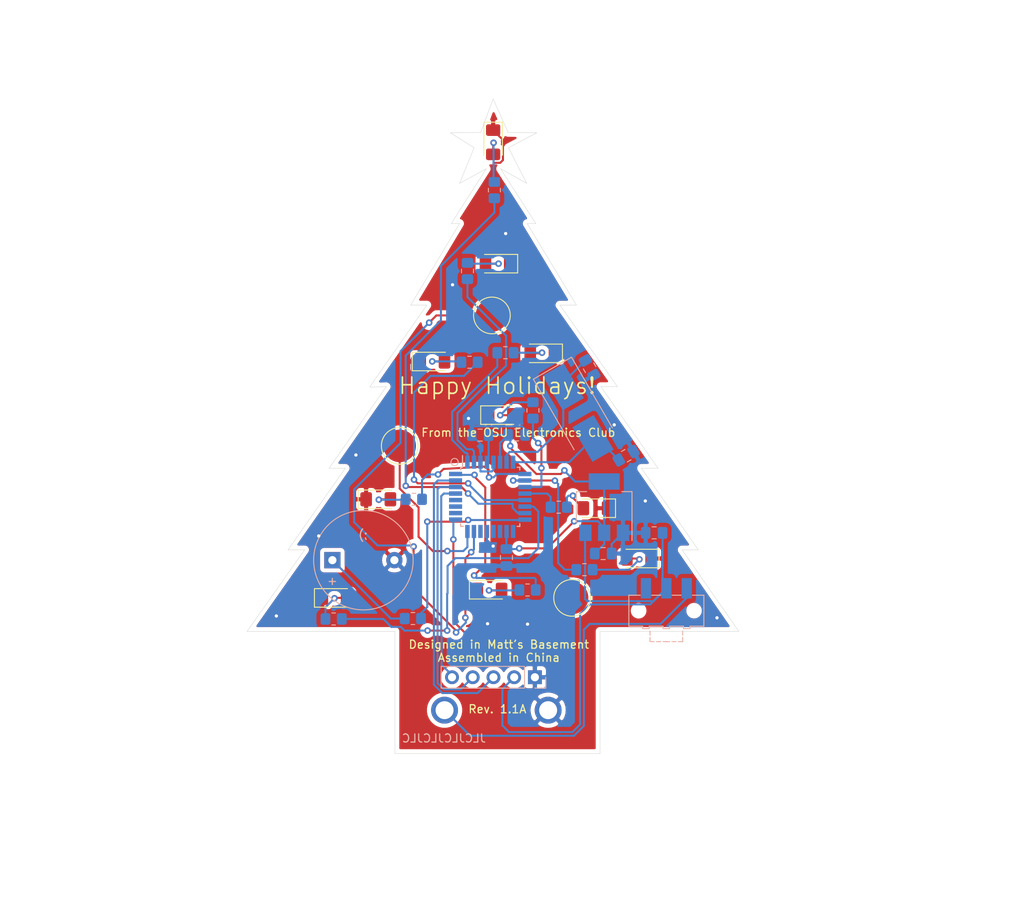
<source format=kicad_pcb>
(kicad_pcb (version 20171130) (host pcbnew "(5.1.10)-1")
  (layers (0 F.Cu signal) (31 B.Cu signal hide) (34 B.Paste user hide) (35 F.Paste user hide) (36 B.SilkS user) (37 F.SilkS user hide) (38 B.Mask user hide) (39 F.Mask user hide) (44 Edge.Cuts user))
  (net 0 "")
  (net 1 "Net-(BT1-Pad1)")
  (net 2 GND)
  (net 3 "Net-(BZ1-Pad1)")
  (net 4 VCC)
  (net 5 +5V)
  (net 6 "Net-(C6-Pad2)")
  (net 7 "Net-(C7-Pad2)")
  (net 8 "Net-(D1-Pad2)")
  (net 9 "Net-(D2-Pad2)")
  (net 10 "Net-(D3-Pad2)")
  (net 11 "Net-(D4-Pad2)")
  (net 12 "Net-(D5-Pad2)")
  (net 13 "Net-(D6-Pad2)")
  (net 14 "Net-(D7-Pad2)")
  (net 15 "Net-(D8-Pad2)")
  (net 16 "Net-(D9-Pad2)")
  (net 17 "Net-(D10-Pad2)")
  (net 18 /328_RX)
  (net 19 /328_TX)
  (net 20 /RESET)
  (net 21 /D11MOSI)
  (net 22 /D10)
  (net 23 /D9)
  (net 24 /D8)
  (net 25 /D7)
  (net 26 /D6)
  (net 27 /D5)
  (net 28 /D4)
  (net 29 /D3)
  (net 30 /D2)
  (net 31 /D12MISO)
  (net 32 /D13SCK)
  (net 33 "Net-(U3-Pad19)")
  (net 34 "Net-(U3-Pad20)")
  (net 35 "Net-(U3-Pad22)")
  (net 36 /D14)
  (net 37 /D15)
  (net 38 /D16)
  (net 39 /D17)
  (net 40 /D18)
  (net 41 /D19)
  (module Crystal:Crystal_SMD_7050-2Pin_7.0x5.0mm_HandSoldering (layer B.Cu) (at 192.3834 91.276207 300)
    (fp_text reference Y1 hide)
    (fp_text value 16MHz)
    (pad 2 smd rect (at 3.65 0 300) (size 4.9 3) (layers B.Cu B.Paste B.Mask) (net 7 "Net-(C7-Pad2)"))
    (pad 1 smd rect (at -3.65 0 300) (size 4.9 3) (layers B.Cu B.Paste B.Mask) (net 6 "Net-(C6-Pad2)"))
  )
  (module "Electronics Club:9V Snap" (layer B.Cu) (at 173.4693 125.2347)
    (fp_text reference BT1 hide)
    (fp_text value "9V Battery")
    (pad 1 thru_hole circle (at 2.54 2.54) (size 3.3 3.3) (drill 2.2) (layers *.Cu *.Mask) (net 1 "Net-(BT1-Pad1)"))
    (pad 2 thru_hole circle (at 15.24 2.54) (size 3.3 3.3) (drill 2.2) (layers *.Cu *.Mask) (net 2 GND))
  )
  (module Buzzer_Beeper:Buzzer_12x9.5RM7.6 (layer B.Cu) (at 162.2552 109.3724)
    (fp_text reference BZ1 hide)
    (fp_text value Buzzer)
    (fp_text user + (at -0.01 2.54) (layer B.SilkS) (effects (justify mirror)))
    (pad 1 thru_hole rect (at 0 0) (size 2 2) (drill 1) (layers *.Cu *.Mask) (net 3 "Net-(BZ1-Pad1)"))
    (pad 2 thru_hole circle (at 7.6 0) (size 2 2) (drill 1) (layers *.Cu *.Mask) (net 2 GND))
  )
  (module Capacitor_SMD:C_0805_2012Metric_Pad1.18x1.45mm_HandSolder (layer B.Cu) (at 201.7053 106.0196 180)
    (fp_text reference C1 hide)
    (fp_text value 1uF)
    (pad 2 smd roundrect (at 1.0375 0 180) (size 1.175 1.45) (layers B.Cu B.Paste B.Mask) (roundrect_rratio 0.2127659574468085) (net 2 GND))
    (pad 1 smd roundrect (at -1.0375 0 180) (size 1.175 1.45) (layers B.Cu B.Paste B.Mask) (roundrect_rratio 0.2127659574468085) (net 4 VCC))
  )
  (module Capacitor_SMD:C_0805_2012Metric_Pad1.18x1.45mm_HandSolder (layer B.Cu) (at 195.4569 108.5596)
    (fp_text reference C2 hide)
    (fp_text value 4.7uF)
    (pad 1 smd roundrect (at -1.0375 0) (size 1.175 1.45) (layers B.Cu B.Paste B.Mask) (roundrect_rratio 0.2127659574468085) (net 5 +5V))
    (pad 2 smd roundrect (at 1.0375 0) (size 1.175 1.45) (layers B.Cu B.Paste B.Mask) (roundrect_rratio 0.2127659574468085) (net 2 GND))
  )
  (module Capacitor_SMD:C_0805_2012Metric_Pad1.18x1.45mm_HandSolder (layer B.Cu) (at 184.8358 94.0054)
    (fp_text reference C3 hide)
    (fp_text value 1uF)
    (pad 2 smd roundrect (at 1.0375 0) (size 1.175 1.45) (layers B.Cu B.Paste B.Mask) (roundrect_rratio 0.2127659574468085) (net 2 GND))
    (pad 1 smd roundrect (at -1.0375 0) (size 1.175 1.45) (layers B.Cu B.Paste B.Mask) (roundrect_rratio 0.2127659574468085) (net 5 +5V))
  )
  (module Capacitor_SMD:C_0805_2012Metric_Pad1.18x1.45mm_HandSolder (layer B.Cu) (at 183.5912 109.0461 270)
    (fp_text reference C4 hide)
    (fp_text value 1uF)
    (pad 1 smd roundrect (at -1.0375 0 270) (size 1.175 1.45) (layers B.Cu B.Paste B.Mask) (roundrect_rratio 0.2127659574468085) (net 5 +5V))
    (pad 2 smd roundrect (at 1.0375 0 270) (size 1.175 1.45) (layers B.Cu B.Paste B.Mask) (roundrect_rratio 0.2127659574468085) (net 2 GND))
  )
  (module Capacitor_SMD:C_0805_2012Metric_Pad1.18x1.45mm_HandSolder (layer B.Cu) (at 180.3693 94.0308 180)
    (fp_text reference C5 hide)
    (fp_text value 1uF)
    (pad 2 smd roundrect (at 1.0375 0 180) (size 1.175 1.45) (layers B.Cu B.Paste B.Mask) (roundrect_rratio 0.2127659574468085) (net 2 GND))
    (pad 1 smd roundrect (at -1.0375 0 180) (size 1.175 1.45) (layers B.Cu B.Paste B.Mask) (roundrect_rratio 0.2127659574468085) (net 5 +5V))
  )
  (module Capacitor_SMD:C_0805_2012Metric_Pad1.18x1.45mm_HandSolder (layer B.Cu) (at 193.79125 85.766299 120)
    (fp_text reference C6 hide)
    (fp_text value 18pF)
    (pad 1 smd roundrect (at -1.0375 0 120) (size 1.175 1.45) (layers B.Cu B.Paste B.Mask) (roundrect_rratio 0.2127659574468085) (net 2 GND))
    (pad 2 smd roundrect (at 1.0375 0 120) (size 1.175 1.45) (layers B.Cu B.Paste B.Mask) (roundrect_rratio 0.2127659574468085) (net 6 "Net-(C6-Pad2)"))
  )
  (module Capacitor_SMD:C_0805_2012Metric_Pad1.18x1.45mm_HandSolder (layer B.Cu) (at 198.275599 96.55615 210)
    (fp_text reference C7 hide)
    (fp_text value 18pF)
    (pad 1 smd roundrect (at -1.0375 0 210) (size 1.175 1.45) (layers B.Cu B.Paste B.Mask) (roundrect_rratio 0.2127659574468085) (net 2 GND))
    (pad 2 smd roundrect (at 1.0375 0 210) (size 1.175 1.45) (layers B.Cu B.Paste B.Mask) (roundrect_rratio 0.2127659574468085) (net 7 "Net-(C7-Pad2)"))
  )
  (module LED_SMD:LED_1206_3216Metric_Pad1.42x1.75mm_HandSolder (layer F.Cu) (at 181.9656 58.1009 270)
    (fp_text reference D1 hide)
    (fp_text value STAR_LED)
    (pad 1 smd roundrect (at -1.4875 0 270) (size 1.425 1.75) (layers F.Cu F.Paste F.Mask) (roundrect_rratio 0.1754385964912281) (net 2 GND))
    (pad 2 smd roundrect (at 1.4875 0 270) (size 1.425 1.75) (layers F.Cu F.Paste F.Mask) (roundrect_rratio 0.1754385964912281) (net 8 "Net-(D1-Pad2)"))
  )
  (module LED_SMD:LED_1206_3216Metric_Pad1.42x1.75mm_HandSolder (layer F.Cu) (at 162.5125 114)
    (fp_text reference D2 hide)
    (fp_text value LED_Y)
    (pad 2 smd roundrect (at 1.4875 0) (size 1.425 1.75) (layers F.Cu F.Paste F.Mask) (roundrect_rratio 0.1754385964912281) (net 9 "Net-(D2-Pad2)"))
    (pad 1 smd roundrect (at -1.4875 0) (size 1.425 1.75) (layers F.Cu F.Paste F.Mask) (roundrect_rratio 0.1754385964912281) (net 2 GND))
  )
  (module LED_SMD:LED_1206_3216Metric_Pad1.42x1.75mm_HandSolder (layer F.Cu) (at 174.5125 85)
    (fp_text reference D3 hide)
    (fp_text value LED_Y)
    (pad 1 smd roundrect (at -1.4875 0) (size 1.425 1.75) (layers F.Cu F.Paste F.Mask) (roundrect_rratio 0.1754385964912281) (net 2 GND))
    (pad 2 smd roundrect (at 1.4875 0) (size 1.425 1.75) (layers F.Cu F.Paste F.Mask) (roundrect_rratio 0.1754385964912281) (net 10 "Net-(D3-Pad2)"))
  )
  (module LED_SMD:LED_1206_3216Metric_Pad1.42x1.75mm_HandSolder (layer F.Cu) (at 194.5125 103 180)
    (fp_text reference D4 hide)
    (fp_text value LED_Y hide)
    (pad 2 smd roundrect (at 1.4875 0 180) (size 1.425 1.75) (layers F.Cu F.Paste F.Mask) (roundrect_rratio 0.1754385964912281) (net 11 "Net-(D4-Pad2)"))
    (pad 1 smd roundrect (at -1.4875 0 180) (size 1.425 1.75) (layers F.Cu F.Paste F.Mask) (roundrect_rratio 0.1754385964912281) (net 2 GND))
  )
  (module LED_SMD:LED_1206_3216Metric_Pad1.42x1.75mm_HandSolder (layer F.Cu) (at 182.9001 91.5776)
    (fp_text reference D5 hide)
    (fp_text value LED_R)
    (pad 1 smd roundrect (at -1.4875 0) (size 1.425 1.75) (layers F.Cu F.Paste F.Mask) (roundrect_rratio 0.1754385964912281) (net 2 GND))
    (pad 2 smd roundrect (at 1.4875 0) (size 1.425 1.75) (layers F.Cu F.Paste F.Mask) (roundrect_rratio 0.1754385964912281) (net 12 "Net-(D5-Pad2)"))
  )
  (module LED_SMD:LED_1206_3216Metric_Pad1.42x1.75mm_HandSolder (layer F.Cu) (at 199.8472 109.1692 180)
    (fp_text reference D6 hide)
    (fp_text value LED_R)
    (pad 2 smd roundrect (at 1.4875 0 180) (size 1.425 1.75) (layers F.Cu F.Paste F.Mask) (roundrect_rratio 0.1754385964912281) (net 13 "Net-(D6-Pad2)"))
    (pad 1 smd roundrect (at -1.4875 0 180) (size 1.425 1.75) (layers F.Cu F.Paste F.Mask) (roundrect_rratio 0.1754385964912281) (net 2 GND))
  )
  (module LED_SMD:LED_1206_3216Metric_Pad1.42x1.75mm_HandSolder (layer F.Cu) (at 167.8797 101.9048)
    (fp_text reference D7 hide)
    (fp_text value LED_G)
    (pad 1 smd roundrect (at -1.4875 0) (size 1.425 1.75) (layers F.Cu F.Paste F.Mask) (roundrect_rratio 0.1754385964912281) (net 2 GND))
    (pad 2 smd roundrect (at 1.4875 0) (size 1.425 1.75) (layers F.Cu F.Paste F.Mask) (roundrect_rratio 0.1754385964912281) (net 14 "Net-(D7-Pad2)"))
  )
  (module LED_SMD:LED_1206_3216Metric_Pad1.42x1.75mm_HandSolder (layer F.Cu) (at 182.5125 73 180)
    (fp_text reference D8 hide)
    (fp_text value LED_G)
    (pad 2 smd roundrect (at 1.4875 0 180) (size 1.425 1.75) (layers F.Cu F.Paste F.Mask) (roundrect_rratio 0.1754385964912281) (net 15 "Net-(D8-Pad2)"))
    (pad 1 smd roundrect (at -1.4875 0 180) (size 1.425 1.75) (layers F.Cu F.Paste F.Mask) (roundrect_rratio 0.1754385964912281) (net 2 GND))
  )
  (module LED_SMD:LED_1206_3216Metric_Pad1.42x1.75mm_HandSolder (layer F.Cu) (at 188 84 180)
    (fp_text reference D9 hide)
    (fp_text value LED_B)
    (pad 1 smd roundrect (at -1.4875 0 180) (size 1.425 1.75) (layers F.Cu F.Paste F.Mask) (roundrect_rratio 0.1754385964912281) (net 2 GND))
    (pad 2 smd roundrect (at 1.4875 0 180) (size 1.425 1.75) (layers F.Cu F.Paste F.Mask) (roundrect_rratio 0.1754385964912281) (net 16 "Net-(D9-Pad2)"))
  )
  (module LED_SMD:LED_1206_3216Metric_Pad1.42x1.75mm_HandSolder (layer F.Cu) (at 181.5125 113)
    (fp_text reference D10 hide)
    (fp_text value LED_B)
    (pad 2 smd roundrect (at 1.4875 0) (size 1.425 1.75) (layers F.Cu F.Paste F.Mask) (roundrect_rratio 0.1754385964912281) (net 17 "Net-(D10-Pad2)"))
    (pad 1 smd roundrect (at -1.4875 0) (size 1.425 1.75) (layers F.Cu F.Paste F.Mask) (roundrect_rratio 0.1754385964912281) (net 2 GND))
  )
  (module Resistor_SMD:R_0805_2012Metric_Pad1.20x1.40mm_HandSolder (layer B.Cu) (at 182.118 63.9732 90)
    (fp_text reference R1 hide)
    (fp_text value 100)
    (pad 1 smd roundrect (at -1 0 90) (size 1.2 1.4) (layers B.Cu B.Paste B.Mask) (roundrect_rratio 0.2083325) (net 21 /D11MOSI))
    (pad 2 smd roundrect (at 1 0 90) (size 1.2 1.4) (layers B.Cu B.Paste B.Mask) (roundrect_rratio 0.2083325) (net 8 "Net-(D1-Pad2)"))
  )
  (module Resistor_SMD:R_0805_2012Metric_Pad1.20x1.40mm_HandSolder (layer B.Cu) (at 162.4076 116.586 180)
    (fp_text reference R2 hide)
    (fp_text value 100)
    (pad 2 smd roundrect (at 1 0 180) (size 1.2 1.4) (layers B.Cu B.Paste B.Mask) (roundrect_rratio 0.2083325) (net 9 "Net-(D2-Pad2)"))
    (pad 1 smd roundrect (at -1 0 180) (size 1.2 1.4) (layers B.Cu B.Paste B.Mask) (roundrect_rratio 0.2083325) (net 22 /D10))
  )
  (module Resistor_SMD:R_0805_2012Metric_Pad1.20x1.40mm_HandSolder (layer B.Cu) (at 179.07 85.09 180)
    (fp_text reference R3 hide)
    (fp_text value 100)
    (pad 1 smd roundrect (at -1 0 180) (size 1.2 1.4) (layers B.Cu B.Paste B.Mask) (roundrect_rratio 0.2083325) (net 23 /D9))
    (pad 2 smd roundrect (at 1 0 180) (size 1.2 1.4) (layers B.Cu B.Paste B.Mask) (roundrect_rratio 0.2083325) (net 10 "Net-(D3-Pad2)"))
  )
  (module Resistor_SMD:R_0805_2012Metric_Pad1.20x1.40mm_HandSolder (layer B.Cu) (at 190.008 102.87)
    (fp_text reference R4 hide)
    (fp_text value 100)
    (pad 2 smd roundrect (at 1 0) (size 1.2 1.4) (layers B.Cu B.Paste B.Mask) (roundrect_rratio 0.2083325) (net 11 "Net-(D4-Pad2)"))
    (pad 1 smd roundrect (at -1 0) (size 1.2 1.4) (layers B.Cu B.Paste B.Mask) (roundrect_rratio 0.2083325) (net 24 /D8))
  )
  (module Resistor_SMD:R_0805_2012Metric_Pad1.20x1.40mm_HandSolder (layer B.Cu) (at 186.8424 90.9988 90)
    (fp_text reference R5 hide)
    (fp_text value 1k)
    (pad 1 smd roundrect (at -1 0 90) (size 1.2 1.4) (layers B.Cu B.Paste B.Mask) (roundrect_rratio 0.2083325) (net 25 /D7))
    (pad 2 smd roundrect (at 1 0 90) (size 1.2 1.4) (layers B.Cu B.Paste B.Mask) (roundrect_rratio 0.2083325) (net 12 "Net-(D5-Pad2)"))
  )
  (module Resistor_SMD:R_0805_2012Metric_Pad1.20x1.40mm_HandSolder (layer B.Cu) (at 193.1576 110.5408)
    (fp_text reference R6 hide)
    (fp_text value 1k)
    (pad 2 smd roundrect (at 1 0) (size 1.2 1.4) (layers B.Cu B.Paste B.Mask) (roundrect_rratio 0.2083325) (net 13 "Net-(D6-Pad2)"))
    (pad 1 smd roundrect (at -1 0) (size 1.2 1.4) (layers B.Cu B.Paste B.Mask) (roundrect_rratio 0.2083325) (net 26 /D6))
  )
  (module Resistor_SMD:R_0805_2012Metric_Pad1.20x1.40mm_HandSolder (layer B.Cu) (at 172.2468 101.9048 180)
    (fp_text reference R7 hide)
    (fp_text value 4.7k)
    (pad 1 smd roundrect (at -1 0 180) (size 1.2 1.4) (layers B.Cu B.Paste B.Mask) (roundrect_rratio 0.2083325) (net 27 /D5))
    (pad 2 smd roundrect (at 1 0 180) (size 1.2 1.4) (layers B.Cu B.Paste B.Mask) (roundrect_rratio 0.2083325) (net 14 "Net-(D7-Pad2)"))
  )
  (module Resistor_SMD:R_0805_2012Metric_Pad1.20x1.40mm_HandSolder (layer B.Cu) (at 178.816 73.898 90)
    (fp_text reference R8 hide)
    (fp_text value 4.7k)
    (pad 2 smd roundrect (at 1 0 90) (size 1.2 1.4) (layers B.Cu B.Paste B.Mask) (roundrect_rratio 0.2083325) (net 15 "Net-(D8-Pad2)"))
    (pad 1 smd roundrect (at -1 0 90) (size 1.2 1.4) (layers B.Cu B.Paste B.Mask) (roundrect_rratio 0.2083325) (net 28 /D4))
  )
  (module Resistor_SMD:R_0805_2012Metric_Pad1.20x1.40mm_HandSolder (layer B.Cu) (at 183.4736 83.9216)
    (fp_text reference R9 hide)
    (fp_text value 330)
    (pad 1 smd roundrect (at -1 0) (size 1.2 1.4) (layers B.Cu B.Paste B.Mask) (roundrect_rratio 0.2083325) (net 29 /D3))
    (pad 2 smd roundrect (at 1 0) (size 1.2 1.4) (layers B.Cu B.Paste B.Mask) (roundrect_rratio 0.2083325) (net 16 "Net-(D9-Pad2)"))
  )
  (module Resistor_SMD:R_0805_2012Metric_Pad1.20x1.40mm_HandSolder (layer B.Cu) (at 186.182 113.03 180)
    (fp_text reference R10 hide)
    (fp_text value 330)
    (pad 2 smd roundrect (at 1 0 180) (size 1.2 1.4) (layers B.Cu B.Paste B.Mask) (roundrect_rratio 0.2083325) (net 17 "Net-(D10-Pad2)"))
    (pad 1 smd roundrect (at -1 0 180) (size 1.2 1.4) (layers B.Cu B.Paste B.Mask) (roundrect_rratio 0.2083325) (net 30 /D2))
  )
  (module Resistor_SMD:R_0805_2012Metric_Pad1.20x1.40mm_HandSolder (layer B.Cu) (at 172.1264 116.5352 180)
    (fp_text reference R11 hide)
    (fp_text value 100)
    (pad 1 smd roundrect (at -1 0 180) (size 1.2 1.4) (layers B.Cu B.Paste B.Mask) (roundrect_rratio 0.2083325) (net 31 /D12MISO))
    (pad 2 smd roundrect (at 1 0 180) (size 1.2 1.4) (layers B.Cu B.Paste B.Mask) (roundrect_rratio 0.2083325) (net 3 "Net-(BZ1-Pad1)"))
  )
  (module Button_Switch_SMD:SW_SPDT_CK-JS102011SAQN (layer B.Cu) (at 203.2 115.57 180)
    (fp_text reference SW1 hide)
    (fp_text value "Power Switch")
    (pad 1 smd rect (at -2.5 2.75 180) (size 1.25 2.5) (layers B.Cu B.Paste B.Mask) (net 1 "Net-(BT1-Pad1)"))
    (pad 2 smd rect (at 0 2.75 180) (size 1.25 2.5) (layers B.Cu B.Paste B.Mask) (net 4 VCC))
    (pad 3 smd rect (at 2.5 2.75 180) (size 1.25 2.5) (layers B.Cu B.Paste B.Mask))
    (pad "" np_thru_hole circle (at -3.4 0 180) (size 0.9 0.9) (drill 0.9) (layers *.Cu *.Mask))
    (pad "" np_thru_hole circle (at 3.4 0 180) (size 0.9 0.9) (drill 0.9) (layers *.Cu *.Mask))
  )
  (module Package_TO_SOT_SMD:SOT-223-3_TabPin2 (layer B.Cu) (at 195.58 102.87 90)
    (fp_text reference U2 hide)
    (fp_text value LD1117S50TR_SOT223)
    (pad 2 smd rect (at 3.15 0 90) (size 2 3.8) (layers B.Cu B.Paste B.Mask) (net 5 +5V))
    (pad 2 smd rect (at -3.15 0 90) (size 2 1.5) (layers B.Cu B.Paste B.Mask) (net 5 +5V))
    (pad 3 smd rect (at -3.15 -2.3 90) (size 2 1.5) (layers B.Cu B.Paste B.Mask) (net 4 VCC))
    (pad 1 smd rect (at -3.15 2.3 90) (size 2 1.5) (layers B.Cu B.Paste B.Mask) (net 2 GND))
  )
  (module Package_QFP:TQFP-32_7x7mm_P0.8mm (layer B.Cu) (at 181.61 101.6 270)
    (fp_text reference U3 hide)
    (fp_text value ATmega328P-AU)
    (pad 1 smd rect (at -4.25 2.8 270) (size 1.6 0.55) (layers B.Cu B.Paste B.Mask) (net 29 /D3))
    (pad 2 smd rect (at -4.25 2 270) (size 1.6 0.55) (layers B.Cu B.Paste B.Mask) (net 28 /D4))
    (pad 3 smd rect (at -4.25 1.2 270) (size 1.6 0.55) (layers B.Cu B.Paste B.Mask) (net 2 GND))
    (pad 4 smd rect (at -4.25 0.4 270) (size 1.6 0.55) (layers B.Cu B.Paste B.Mask) (net 5 +5V))
    (pad 5 smd rect (at -4.25 -0.4 270) (size 1.6 0.55) (layers B.Cu B.Paste B.Mask) (net 2 GND))
    (pad 6 smd rect (at -4.25 -1.2 270) (size 1.6 0.55) (layers B.Cu B.Paste B.Mask) (net 5 +5V))
    (pad 7 smd rect (at -4.25 -2 270) (size 1.6 0.55) (layers B.Cu B.Paste B.Mask) (net 6 "Net-(C6-Pad2)"))
    (pad 8 smd rect (at -4.25 -2.8 270) (size 1.6 0.55) (layers B.Cu B.Paste B.Mask) (net 7 "Net-(C7-Pad2)"))
    (pad 9 smd rect (at -2.8 -4.25 180) (size 1.6 0.55) (layers B.Cu B.Paste B.Mask) (net 27 /D5))
    (pad 10 smd rect (at -2 -4.25 180) (size 1.6 0.55) (layers B.Cu B.Paste B.Mask) (net 26 /D6))
    (pad 11 smd rect (at -1.2 -4.25 180) (size 1.6 0.55) (layers B.Cu B.Paste B.Mask) (net 25 /D7))
    (pad 12 smd rect (at -0.4 -4.25 180) (size 1.6 0.55) (layers B.Cu B.Paste B.Mask) (net 24 /D8))
    (pad 13 smd rect (at 0.4 -4.25 180) (size 1.6 0.55) (layers B.Cu B.Paste B.Mask) (net 23 /D9))
    (pad 14 smd rect (at 1.2 -4.25 180) (size 1.6 0.55) (layers B.Cu B.Paste B.Mask) (net 22 /D10))
    (pad 15 smd rect (at 2 -4.25 180) (size 1.6 0.55) (layers B.Cu B.Paste B.Mask) (net 21 /D11MOSI))
    (pad 16 smd rect (at 2.8 -4.25 180) (size 1.6 0.55) (layers B.Cu B.Paste B.Mask) (net 31 /D12MISO))
    (pad 17 smd rect (at 4.25 -2.8 270) (size 1.6 0.55) (layers B.Cu B.Paste B.Mask) (net 32 /D13SCK))
    (pad 18 smd rect (at 4.25 -2 270) (size 1.6 0.55) (layers B.Cu B.Paste B.Mask) (net 5 +5V))
    (pad 19 smd rect (at 4.25 -1.2 270) (size 1.6 0.55) (layers B.Cu B.Paste B.Mask) (net 33 "Net-(U3-Pad19)"))
    (pad 20 smd rect (at 4.25 -0.4 270) (size 1.6 0.55) (layers B.Cu B.Paste B.Mask) (net 34 "Net-(U3-Pad20)"))
    (pad 21 smd rect (at 4.25 0.4 270) (size 1.6 0.55) (layers B.Cu B.Paste B.Mask) (net 2 GND))
    (pad 22 smd rect (at 4.25 1.2 270) (size 1.6 0.55) (layers B.Cu B.Paste B.Mask) (net 35 "Net-(U3-Pad22)"))
    (pad 23 smd rect (at 4.25 2 270) (size 1.6 0.55) (layers B.Cu B.Paste B.Mask) (net 36 /D14))
    (pad 24 smd rect (at 4.25 2.8 270) (size 1.6 0.55) (layers B.Cu B.Paste B.Mask) (net 37 /D15))
    (pad 25 smd rect (at 2.8 4.25 180) (size 1.6 0.55) (layers B.Cu B.Paste B.Mask) (net 38 /D16))
    (pad 26 smd rect (at 2 4.25 180) (size 1.6 0.55) (layers B.Cu B.Paste B.Mask) (net 39 /D17))
    (pad 27 smd rect (at 1.2 4.25 180) (size 1.6 0.55) (layers B.Cu B.Paste B.Mask) (net 40 /D18))
    (pad 28 smd rect (at 0.4 4.25 180) (size 1.6 0.55) (layers B.Cu B.Paste B.Mask) (net 41 /D19))
    (pad 29 smd rect (at -0.4 4.25 180) (size 1.6 0.55) (layers B.Cu B.Paste B.Mask) (net 20 /RESET))
    (pad 30 smd rect (at -1.2 4.25 180) (size 1.6 0.55) (layers B.Cu B.Paste B.Mask) (net 18 /328_RX))
    (pad 31 smd rect (at -2 4.25 180) (size 1.6 0.55) (layers B.Cu B.Paste B.Mask) (net 19 /328_TX))
    (pad 32 smd rect (at -2.8 4.25 180) (size 1.6 0.55) (layers B.Cu B.Paste B.Mask) (net 30 /D2))
  )
  (module TestPoint:TestPoint_Pad_D4.0mm (layer F.Cu) (at 181.8132 79.3496)
    (fp_text reference TP1 hide)
    (fp_text value TestPoint)
    (pad 1 smd circle (at 0 0) (size 4 4) (layers F.Cu F.Mask) (net 36 /D14))
  )
  (module TestPoint:TestPoint_Pad_D4.0mm (layer F.Cu) (at 170.5102 95.3516)
    (fp_text reference TP2 hide)
    (fp_text value TestPoint)
    (pad 1 smd circle (at 0 0) (size 4 4) (layers F.Cu F.Mask) (net 37 /D15))
  )
  (module TestPoint:TestPoint_Pad_D4.0mm (layer F.Cu) (at 191.643 113.9952)
    (fp_text reference TP3 hide)
    (fp_text value TestPoint)
    (pad 1 smd circle (at 0 0) (size 4 4) (layers F.Cu F.Mask) (net 38 /D16))
  )
  (module Connector_PinHeader_2.54mm:PinHeader_1x05_P2.54mm_Vertical (layer B.Cu) (at 187.0837 123.7361 90)
    (fp_text reference J1 hide)
    (fp_text value Conn_01x05_Female)
    (pad 1 thru_hole rect (at 0 0 90) (size 1.7 1.7) (drill 1) (layers *.Cu *.Mask) (net 2 GND))
    (pad 2 thru_hole oval (at 0 -2.54 90) (size 1.7 1.7) (drill 1) (layers *.Cu *.Mask) (net 4 VCC))
    (pad 3 thru_hole oval (at 0 -5.08 90) (size 1.7 1.7) (drill 1) (layers *.Cu *.Mask) (net 19 /328_TX))
    (pad 4 thru_hole oval (at 0 -7.62 90) (size 1.7 1.7) (drill 1) (layers *.Cu *.Mask) (net 18 /328_RX))
    (pad 5 thru_hole oval (at 0 -10.16 90) (size 1.7 1.7) (drill 1) (layers *.Cu *.Mask) (net 20 /RESET))
  )
  (gr_text "Rev. 1.1A" (at 182.4863 127.6477) (layer F.SilkS) (effects (font (size 1 1))))
  (gr_text "Happy Holidays!" (at 182.4609 87.9856) (layer F.SilkS) (effects (font (size 2 2) (thickness 0.2))))
  (gr_circle (center 177.2412 97.3328) (end 177.6349 97.1296) (layer B.SilkS) (width 0.12))
  (gr_text JLCJLCJLCJLC (at 175.9331 131.2291) (layer B.SilkS) (effects (font (size 1 1)) (justify mirror)))
  (gr_line (start 176.8348 68.072) (end 181.1147 61.3664) (layer Edge.Cuts) (width 0.05))
  (gr_line (start 177.8508 63.1444) (end 181.1147 61.3664) (layer Edge.Cuts) (width 0.05))
  (gr_line (start 182.88 61.3537) (end 186.0804 63.1444) (layer Edge.Cuts) (width 0.05))
  (gr_line (start 187.198 68.072) (end 182.88 61.3537) (layer Edge.Cuts) (width 0.05))
  (gr_text ";)" (at 166.0144 106.2228) (layer B.SilkS) (effects (font (size 1 1)) (justify mirror)))
  (gr_text "Designed in Matt's Basement\nAssembled in China" (at 182.6641 120.523) (layer F.SilkS) (effects (font (size 1 1))))
  (gr_text "From the OSU Electronics Club" (at 185.0517 93.726) (layer F.SilkS) (effects (font (size 1 1))))
  (gr_line (start 169.926 118.11) (end 169.926 133.096) (layer Edge.Cuts) (width 0.05))
  (gr_line (start 151.7904 118.11) (end 169.926 118.11) (layer Edge.Cuts) (width 0.05))
  (gr_line (start 158.8516 108.1024) (end 151.7904 118.11) (layer Edge.Cuts) (width 0.05))
  (gr_line (start 156.8196 108.1024) (end 158.8516 108.1024) (layer Edge.Cuts) (width 0.05))
  (gr_line (start 163.83 98.0948) (end 156.8196 108.1024) (layer Edge.Cuts) (width 0.05))
  (gr_line (start 161.8488 98.0948) (end 163.83 98.0948) (layer Edge.Cuts) (width 0.05))
  (gr_line (start 168.8592 88.0872) (end 161.8488 98.0948) (layer Edge.Cuts) (width 0.05))
  (gr_line (start 166.8272 88.138) (end 168.8592 88.0872) (layer Edge.Cuts) (width 0.05))
  (gr_line (start 173.8376 78.0796) (end 166.8272 88.138) (layer Edge.Cuts) (width 0.05))
  (gr_line (start 171.8564 78.0796) (end 173.8376 78.0796) (layer Edge.Cuts) (width 0.05))
  (gr_line (start 177.8508 68.072) (end 171.8564 78.0796) (layer Edge.Cuts) (width 0.05))
  (gr_line (start 176.8348 68.072) (end 177.8508 68.072) (layer Edge.Cuts) (width 0.05))
  (gr_line (start 179.6288 58.7756) (end 177.8508 63.1444) (layer Edge.Cuts) (width 0.05))
  (gr_line (start 176.7332 56.9468) (end 179.6288 58.7756) (layer Edge.Cuts) (width 0.05))
  (gr_line (start 180.4416 56.896) (end 176.7332 56.9468) (layer Edge.Cuts) (width 0.05))
  (gr_line (start 181.9656 52.7812) (end 180.4416 56.896) (layer Edge.Cuts) (width 0.05))
  (gr_line (start 183.7944 56.896) (end 181.9656 52.7812) (layer Edge.Cuts) (width 0.05))
  (gr_line (start 187.2996 56.9468) (end 183.7944 56.896) (layer Edge.Cuts) (width 0.05))
  (gr_line (start 183.8452 58.7756) (end 187.2996 56.9468) (layer Edge.Cuts) (width 0.05))
  (gr_line (start 186.0804 63.1444) (end 183.8452 58.7756) (layer Edge.Cuts) (width 0.05))
  (gr_line (start 186.1312 68.072) (end 187.198 68.072) (layer Edge.Cuts) (width 0.05))
  (gr_line (start 192.1764 78.0796) (end 186.1312 68.072) (layer Edge.Cuts) (width 0.05))
  (gr_line (start 190.1444 78.0796) (end 192.1764 78.0796) (layer Edge.Cuts) (width 0.05))
  (gr_line (start 197.2056 88.0872) (end 190.1444 78.0796) (layer Edge.Cuts) (width 0.05))
  (gr_line (start 195.1736 88.0872) (end 197.2056 88.0872) (layer Edge.Cuts) (width 0.05))
  (gr_line (start 202.184 98.0948) (end 195.1736 88.0872) (layer Edge.Cuts) (width 0.05))
  (gr_line (start 200.152 98.0948) (end 202.184 98.0948) (layer Edge.Cuts) (width 0.05))
  (gr_line (start 207.1116 108.1024) (end 200.152 98.0948) (layer Edge.Cuts) (width 0.05))
  (gr_line (start 205.1304 108.1024) (end 207.1116 108.1024) (layer Edge.Cuts) (width 0.05))
  (gr_line (start 212.09 118.11) (end 205.1304 108.1024) (layer Edge.Cuts) (width 0.05))
  (gr_line (start 195.072 118.11) (end 212.09 118.11) (layer Edge.Cuts) (width 0.05))
  (gr_line (start 195.072 133.096) (end 195.072 118.11) (layer Edge.Cuts) (width 0.05))
  (gr_line (start 169.926 133.096) (end 195.072 133.096) (layer Edge.Cuts) (width 0.05))
  (segment (start 205.7 112.82) (end 205.7 113.832) (width 0.25) (layer B.Cu) (net 1))
  (segment (start 193.0908 129.6924) (end 191.8716 130.9116) (width 0.25) (layer B.Cu) (net 1))
  (segment (start 193.0908 117.9068) (end 193.0908 129.6924) (width 0.25) (layer B.Cu) (net 1))
  (segment (start 193.802 117.1956) (end 193.0908 117.9068) (width 0.25) (layer B.Cu) (net 1))
  (segment (start 179.1462 130.9116) (end 176.0093 127.7747) (width 0.25) (layer B.Cu) (net 1))
  (segment (start 191.8716 130.9116) (end 179.1462 130.9116) (width 0.25) (layer B.Cu) (net 1))
  (segment (start 202.4888 117.1956) (end 193.802 117.1956) (width 0.25) (layer B.Cu) (net 1))
  (segment (start 205.7 113.9844) (end 202.4888 117.1956) (width 0.25) (layer B.Cu) (net 1))
  (segment (start 205.7 112.82) (end 205.7 113.9844) (width 0.25) (layer B.Cu) (net 1))
  (segment (start 197.8804 106.0196) (end 197.88 106.02) (width 0.25) (layer B.Cu) (net 2))
  (segment (start 200.6678 106.0196) (end 197.8804 106.0196) (width 0.25) (layer B.Cu) (net 2))
  (segment (start 196.4944 107.4056) (end 197.88 106.02) (width 0.25) (layer B.Cu) (net 2))
  (segment (start 196.4944 108.5596) (end 196.4944 107.4056) (width 0.25) (layer B.Cu) (net 2))
  (segment (start 180.41 95.109) (end 179.3318 94.0308) (width 0.25) (layer B.Cu) (net 2))
  (segment (start 180.41 97.35) (end 180.41 95.109) (width 0.25) (layer B.Cu) (net 2))
  (segment (start 185.8733 94.0054) (end 185.8733 93.3157) (width 0.25) (layer B.Cu) (net 2))
  (segment (start 185.51299 92.95539) (end 179.51041 92.95539) (width 0.25) (layer B.Cu) (net 2))
  (segment (start 185.8733 93.3157) (end 185.51299 92.95539) (width 0.25) (layer B.Cu) (net 2))
  (segment (start 179.3318 93.134) (end 179.3318 94.0308) (width 0.25) (layer B.Cu) (net 2))
  (segment (start 179.51041 92.95539) (end 179.3318 93.134) (width 0.25) (layer B.Cu) (net 2))
  (via (at 183.5023 69.3039) (size 0.8) (drill 0.4) (layers F.Cu B.Cu) (net 2))
  (via (at 176.9872 75.5904) (size 0.8) (drill 0.4) (layers F.Cu B.Cu) (net 2))
  (via (at 196.8119 92.7735) (size 0.8) (drill 0.4) (layers F.Cu B.Cu) (net 2))
  (via (at 200.6219 102.108) (size 0.8) (drill 0.4) (layers F.Cu B.Cu) (net 2))
  (via (at 209.4103 116.4463) (size 0.8) (drill 0.4) (layers F.Cu B.Cu) (net 2))
  (via (at 155.3845 116.2177) (size 0.8) (drill 0.4) (layers F.Cu B.Cu) (net 2))
  (via (at 160.5788 106.4006) (size 0.8) (drill 0.4) (layers F.Cu B.Cu) (net 2))
  (via (at 165.1381 96.4692) (size 0.8) (drill 0.4) (layers F.Cu B.Cu) (net 2))
  (via (at 181.2798 117.1702) (size 0.8) (drill 0.4) (layers F.Cu B.Cu) (net 2))
  (via (at 186.182 117.221) (size 0.8) (drill 0.4) (layers F.Cu B.Cu) (net 2))
  (via (at 181.9656 107.6452) (size 0.8) (drill 0.4) (layers F.Cu B.Cu) (net 2))
  (segment (start 181.21 106.8896) (end 181.9656 107.6452) (width 0.25) (layer B.Cu) (net 2))
  (segment (start 181.21 105.85) (end 181.21 106.8896) (width 0.25) (layer B.Cu) (net 2))
  (segment (start 180.41 97.35) (end 180.41 98.4696) (width 0.25) (layer B.Cu) (net 2))
  (segment (start 180.427799 98.487399) (end 181.799399 98.487399) (width 0.25) (layer B.Cu) (net 2))
  (segment (start 180.41 98.4696) (end 180.427799 98.487399) (width 0.25) (layer B.Cu) (net 2))
  (segment (start 182.01 98.276798) (end 182.01 97.35) (width 0.25) (layer B.Cu) (net 2))
  (segment (start 181.799399 98.487399) (end 182.01 98.276798) (width 0.25) (layer B.Cu) (net 2))
  (segment (start 182.01 97.35) (end 182.01 96.9709) (width 0.25) (layer B.Cu) (net 2))
  (via (at 178.943 91.9861) (size 0.8) (drill 0.4) (layers F.Cu B.Cu) (net 2))
  (segment (start 183.16561 57.81341) (end 183.16561 60.28908) (width 0.25) (layer F.Cu) (net 2))
  (segment (start 181.9656 56.6134) (end 183.16561 57.81341) (width 0.25) (layer F.Cu) (net 2))
  (segment (start 182.82878 60.62591) (end 182.08379 60.62591) (width 0.25) (layer F.Cu) (net 2))
  (segment (start 183.16561 60.28908) (end 182.82878 60.62591) (width 0.25) (layer F.Cu) (net 2))
  (segment (start 182.08379 60.62591) (end 182.0037 60.706) (width 0.25) (layer F.Cu) (net 2))
  (segment (start 182.0037 60.706) (end 182.0037 63.3984) (width 0.25) (layer F.Cu) (net 2))
  (segment (start 169.418 116.5352) (end 162.2552 109.3724) (width 0.25) (layer B.Cu) (net 3))
  (segment (start 171.1264 116.5352) (end 169.418 116.5352) (width 0.25) (layer B.Cu) (net 3))
  (segment (start 202.7428 112.3628) (end 203.2 112.82) (width 0.25) (layer B.Cu) (net 4))
  (segment (start 202.7428 106.0196) (end 202.7428 112.3628) (width 0.25) (layer B.Cu) (net 4))
  (segment (start 201.624999 114.395001) (end 193.490601 114.395001) (width 0.25) (layer B.Cu) (net 4))
  (segment (start 203.2 112.82) (end 201.624999 114.395001) (width 0.25) (layer B.Cu) (net 4))
  (segment (start 193.23259 106.06741) (end 193.28 106.02) (width 0.25) (layer B.Cu) (net 4))
  (segment (start 193.23259 114.13699) (end 193.23259 106.06741) (width 0.25) (layer B.Cu) (net 4))
  (segment (start 193.490601 114.395001) (end 193.23259 114.13699) (width 0.25) (layer B.Cu) (net 4))
  (segment (start 192.64079 129.14079) (end 192.64079 129.506) (width 0.25) (layer B.Cu) (net 4))
  (segment (start 193.815001 114.794999) (end 192.62379 115.98621) (width 0.25) (layer B.Cu) (net 4))
  (segment (start 192.62379 115.98621) (end 192.62379 129.12379) (width 0.25) (layer B.Cu) (net 4))
  (segment (start 192.62379 129.12379) (end 192.64079 129.14079) (width 0.25) (layer B.Cu) (net 4))
  (segment (start 203.2 112.82) (end 201.225001 114.794999) (width 0.25) (layer B.Cu) (net 4))
  (segment (start 201.225001 114.794999) (end 193.815001 114.794999) (width 0.25) (layer B.Cu) (net 4))
  (segment (start 192.64079 129.506) (end 191.6852 130.46159) (width 0.25) (layer B.Cu) (net 4))
  (segment (start 184.42389 130.46159) (end 184.404 130.4417) (width 0.25) (layer B.Cu) (net 4))
  (segment (start 184.43659 130.46159) (end 184.42389 130.46159) (width 0.25) (layer B.Cu) (net 4))
  (segment (start 191.6852 130.46159) (end 184.43659 130.46159) (width 0.25) (layer B.Cu) (net 4))
  (segment (start 184.42389 130.46159) (end 184.26981 130.46159) (width 0.25) (layer B.Cu) (net 4))
  (segment (start 184.43659 130.46159) (end 184.26981 130.46159) (width 0.25) (layer B.Cu) (net 4))
  (segment (start 184.42389 130.46159) (end 183.91589 130.46159) (width 0.25) (layer B.Cu) (net 4))
  (segment (start 183.91589 130.46159) (end 183.0959 129.6416) (width 0.25) (layer B.Cu) (net 4))
  (segment (start 183.0959 125.1839) (end 184.5437 123.7361) (width 0.25) (layer B.Cu) (net 4))
  (segment (start 183.0959 129.6416) (end 183.0959 125.1839) (width 0.25) (layer B.Cu) (net 4))
  (segment (start 195.58 107.399) (end 194.4194 108.5596) (width 0.25) (layer B.Cu) (net 5))
  (segment (start 195.58 106.02) (end 195.58 107.399) (width 0.25) (layer B.Cu) (net 5))
  (segment (start 183.5912 105.8688) (end 183.61 105.85) (width 0.25) (layer B.Cu) (net 5))
  (segment (start 183.5912 108.0086) (end 183.5912 105.8688) (width 0.25) (layer B.Cu) (net 5))
  (segment (start 181.4068 97.1532) (end 181.21 97.35) (width 0.25) (layer B.Cu) (net 5))
  (segment (start 181.4068 94.0308) (end 181.4068 97.1532) (width 0.25) (layer B.Cu) (net 5))
  (segment (start 195.58 99.72) (end 195.58 106.02) (width 0.25) (layer B.Cu) (net 5))
  (segment (start 181.4322 94.0054) (end 181.4068 94.0308) (width 0.25) (layer B.Cu) (net 5))
  (segment (start 183.7983 94.0054) (end 181.4322 94.0054) (width 0.25) (layer B.Cu) (net 5))
  (segment (start 182.81 94.9937) (end 182.81 97.35) (width 0.25) (layer B.Cu) (net 5))
  (segment (start 183.7983 94.0054) (end 182.81 94.9937) (width 0.25) (layer B.Cu) (net 5))
  (segment (start 195.58 106.02) (end 195.58 105.3846) (width 0.25) (layer B.Cu) (net 5))
  (segment (start 195.58 105.3846) (end 194.7926 104.5972) (width 0.25) (layer B.Cu) (net 5))
  (via (at 191.897 104.5972) (size 0.8) (drill 0.4) (layers F.Cu B.Cu) (net 5))
  (segment (start 194.7926 104.5972) (end 191.897 104.5972) (width 0.25) (layer B.Cu) (net 5))
  (segment (start 191.897 104.5972) (end 188.5696 107.9246) (width 0.25) (layer F.Cu) (net 5))
  (segment (start 188.5696 107.9246) (end 185.166 107.9246) (width 0.25) (layer F.Cu) (net 5))
  (via (at 185.166 107.9246) (size 0.8) (drill 0.4) (layers F.Cu B.Cu) (net 5))
  (segment (start 185.082 108.0086) (end 185.166 107.9246) (width 0.25) (layer B.Cu) (net 5))
  (segment (start 183.5912 108.0086) (end 185.082 108.0086) (width 0.25) (layer B.Cu) (net 5))
  (segment (start 195.58 99.72) (end 192.0109 99.72) (width 0.25) (layer B.Cu) (net 5))
  (via (at 190.7032 98.3615) (size 0.8) (drill 0.4) (layers F.Cu B.Cu) (net 5))
  (segment (start 190.7032 98.4123) (end 190.7032 98.3615) (width 0.25) (layer B.Cu) (net 5))
  (segment (start 192.0109 99.72) (end 190.7032 98.4123) (width 0.25) (layer B.Cu) (net 5))
  (segment (start 190.264699 98.800001) (end 187.268201 98.800001) (width 0.25) (layer F.Cu) (net 5))
  (segment (start 190.7032 98.3615) (end 190.264699 98.800001) (width 0.25) (layer F.Cu) (net 5))
  (via (at 184.06974 95.3632) (size 0.8) (drill 0.4) (layers F.Cu B.Cu) (net 5))
  (segment (start 184.06974 95.60154) (end 184.06974 95.3632) (width 0.25) (layer F.Cu) (net 5))
  (segment (start 187.268201 98.800001) (end 184.06974 95.60154) (width 0.25) (layer F.Cu) (net 5))
  (segment (start 184.06974 94.27684) (end 183.7983 94.0054) (width 0.25) (layer B.Cu) (net 5))
  (segment (start 184.06974 95.3632) (end 184.06974 94.27684) (width 0.25) (layer B.Cu) (net 5))
  (segment (start 190.5584 87.581898) (end 190.5584 88.115214) (width 0.25) (layer B.Cu) (net 6))
  (segment (start 193.2725 84.867798) (end 190.5584 87.581898) (width 0.25) (layer B.Cu) (net 6))
  (segment (start 183.61 97.35) (end 183.61 96.4758) (width 0.25) (layer B.Cu) (net 6))
  (segment (start 183.61 96.4758) (end 183.9976 96.0882) (width 0.25) (layer B.Cu) (net 6))
  (segment (start 183.9976 96.0882) (end 187.4266 96.0882) (width 0.25) (layer B.Cu) (net 6))
  (segment (start 190.5584 92.9564) (end 190.5584 88.115214) (width 0.25) (layer B.Cu) (net 6))
  (segment (start 187.4266 96.0882) (end 190.5584 92.9564) (width 0.25) (layer B.Cu) (net 6))
  (segment (start 191.2956 97.35) (end 194.2084 94.4372) (width 0.25) (layer B.Cu) (net 7))
  (segment (start 184.41 97.35) (end 191.2956 97.35) (width 0.25) (layer B.Cu) (net 7))
  (segment (start 194.739398 94.4372) (end 194.2084 94.4372) (width 0.25) (layer B.Cu) (net 7))
  (segment (start 197.377098 97.0749) (end 194.739398 94.4372) (width 0.25) (layer B.Cu) (net 7))
  (via (at 182.0164 58.166) (size 0.8) (drill 0.4) (layers F.Cu B.Cu) (net 8))
  (segment (start 181.9656 58.2168) (end 182.0164 58.166) (width 0.25) (layer F.Cu) (net 8))
  (segment (start 181.9656 59.5884) (end 181.9656 58.2168) (width 0.25) (layer F.Cu) (net 8))
  (segment (start 182.0164 62.8716) (end 182.118 62.9732) (width 0.25) (layer B.Cu) (net 8))
  (segment (start 182.0164 58.166) (end 182.0164 62.8716) (width 0.25) (layer B.Cu) (net 8))
  (segment (start 162.5552 114) (end 162.5092 114.046) (width 0.25) (layer F.Cu) (net 9))
  (via (at 162.5092 114.046) (size 0.8) (drill 0.4) (layers F.Cu B.Cu) (net 9))
  (segment (start 164 114) (end 162.5552 114) (width 0.25) (layer F.Cu) (net 9))
  (segment (start 161.4076 115.1476) (end 161.4076 116.586) (width 0.25) (layer B.Cu) (net 9))
  (segment (start 162.5092 114.046) (end 161.4076 115.1476) (width 0.25) (layer B.Cu) (net 9))
  (via (at 174.498 84.9884) (size 0.8) (drill 0.4) (layers F.Cu B.Cu) (net 10))
  (segment (start 174.5096 85) (end 174.498 84.9884) (width 0.25) (layer F.Cu) (net 10))
  (segment (start 176 85) (end 174.5096 85) (width 0.25) (layer F.Cu) (net 10))
  (segment (start 177.9684 84.9884) (end 178.07 85.09) (width 0.25) (layer B.Cu) (net 10))
  (segment (start 174.498 84.9884) (end 177.9684 84.9884) (width 0.25) (layer B.Cu) (net 10))
  (segment (start 191.008 102.87) (end 191.008 101.6635) (width 0.25) (layer B.Cu) (net 11))
  (via (at 191.7446 101.4603) (size 0.8) (drill 0.4) (layers F.Cu B.Cu) (net 11))
  (segment (start 191.2112 101.4603) (end 191.7446 101.4603) (width 0.25) (layer B.Cu) (net 11))
  (segment (start 191.008 101.6635) (end 191.2112 101.4603) (width 0.25) (layer B.Cu) (net 11))
  (segment (start 191.7446 101.7196) (end 193.025 103) (width 0.25) (layer F.Cu) (net 11))
  (segment (start 191.7446 101.4603) (end 191.7446 101.7196) (width 0.25) (layer F.Cu) (net 11))
  (via (at 182.8292 91.5924) (size 0.8) (drill 0.4) (layers F.Cu B.Cu) (net 12))
  (segment (start 184.4228 89.9988) (end 182.8292 91.5924) (width 0.25) (layer B.Cu) (net 12))
  (segment (start 186.8424 89.9988) (end 184.4228 89.9988) (width 0.25) (layer B.Cu) (net 12))
  (segment (start 184.3728 91.5924) (end 184.3876 91.5776) (width 0.25) (layer F.Cu) (net 12))
  (segment (start 182.8292 91.5924) (end 184.3728 91.5924) (width 0.25) (layer F.Cu) (net 12))
  (via (at 199.898 109.2708) (size 0.8) (drill 0.4) (layers F.Cu B.Cu) (net 13))
  (segment (start 199.7964 109.1692) (end 199.898 109.2708) (width 0.25) (layer F.Cu) (net 13))
  (segment (start 198.3597 109.1692) (end 199.7964 109.1692) (width 0.25) (layer F.Cu) (net 13))
  (segment (start 198.628 110.5408) (end 195.2592 110.5408) (width 0.25) (layer B.Cu) (net 13))
  (segment (start 199.898 109.2708) (end 198.628 110.5408) (width 0.25) (layer B.Cu) (net 13))
  (segment (start 195.2592 110.5408) (end 194.1576 110.5408) (width 0.25) (layer B.Cu) (net 13))
  (via (at 167.9448 101.9556) (size 0.8) (drill 0.4) (layers F.Cu B.Cu) (net 14))
  (segment (start 167.9956 101.9048) (end 167.9448 101.9556) (width 0.25) (layer F.Cu) (net 14))
  (segment (start 169.3672 101.9048) (end 167.9956 101.9048) (width 0.25) (layer F.Cu) (net 14))
  (segment (start 171.196 101.9556) (end 171.2468 101.9048) (width 0.25) (layer B.Cu) (net 14))
  (segment (start 167.9448 101.9556) (end 171.196 101.9556) (width 0.25) (layer B.Cu) (net 14))
  (via (at 182.626 72.9996) (size 0.8) (drill 0.4) (layers F.Cu B.Cu) (net 15))
  (segment (start 182.6256 73) (end 182.626 72.9996) (width 0.25) (layer F.Cu) (net 15))
  (segment (start 181.025 73) (end 182.6256 73) (width 0.25) (layer F.Cu) (net 15))
  (segment (start 178.9176 72.9996) (end 178.816 72.898) (width 0.25) (layer B.Cu) (net 15))
  (segment (start 182.626 72.9996) (end 178.9176 72.9996) (width 0.25) (layer B.Cu) (net 15))
  (via (at 187.96 83.9216) (size 0.8) (drill 0.4) (layers F.Cu B.Cu) (net 16))
  (segment (start 187.8816 84) (end 187.96 83.9216) (width 0.25) (layer F.Cu) (net 16))
  (segment (start 186.5125 84) (end 187.8816 84) (width 0.25) (layer F.Cu) (net 16))
  (segment (start 187.96 83.9216) (end 184.4736 83.9216) (width 0.25) (layer B.Cu) (net 16))
  (segment (start 183 113) (end 183 112.9608) (width 0.25) (layer F.Cu) (net 17))
  (via (at 181.4576 113.0808) (size 0.8) (drill 0.4) (layers F.Cu B.Cu) (net 17))
  (segment (start 182.88 113.0808) (end 181.4576 113.0808) (width 0.25) (layer F.Cu) (net 17))
  (segment (start 183 112.9608) (end 182.88 113.0808) (width 0.25) (layer F.Cu) (net 17))
  (segment (start 185.1312 113.0808) (end 185.182 113.03) (width 0.25) (layer B.Cu) (net 17))
  (segment (start 181.4576 113.0808) (end 185.1312 113.0808) (width 0.25) (layer B.Cu) (net 17))
  (segment (start 175.3932 100.4) (end 175.15121 100.64199) (width 0.25) (layer B.Cu) (net 18))
  (segment (start 177.36 100.4) (end 175.3932 100.4) (width 0.25) (layer B.Cu) (net 18))
  (segment (start 175.15121 100.64199) (end 175.15121 122.3432) (width 0.25) (layer B.Cu) (net 18))
  (segment (start 175.15121 122.3432) (end 175.15121 124.45281) (width 0.25) (layer B.Cu) (net 18))
  (segment (start 175.15121 124.45281) (end 175.9204 125.222) (width 0.25) (layer B.Cu) (net 18))
  (segment (start 178.0032 125.1966) (end 179.4637 123.7361) (width 0.25) (layer B.Cu) (net 18))
  (segment (start 178.0032 125.222) (end 178.0032 125.1966) (width 0.25) (layer B.Cu) (net 18))
  (segment (start 175.9204 125.222) (end 178.0032 125.222) (width 0.25) (layer B.Cu) (net 18))
  (segment (start 177.36 99.6) (end 175.1772 99.6) (width 0.25) (layer B.Cu) (net 19))
  (segment (start 175.1772 99.6) (end 174.7012 100.076) (width 0.25) (layer B.Cu) (net 19))
  (segment (start 174.7012 100.076) (end 174.7012 122.5296) (width 0.25) (layer B.Cu) (net 19))
  (segment (start 180.06779 125.67201) (end 182.0037 123.7361) (width 0.25) (layer B.Cu) (net 19))
  (segment (start 175.734 125.67201) (end 180.06779 125.67201) (width 0.25) (layer B.Cu) (net 19))
  (segment (start 174.701201 124.639211) (end 175.734 125.67201) (width 0.25) (layer B.Cu) (net 19))
  (segment (start 174.7012 122.5296) (end 174.701201 124.639211) (width 0.25) (layer B.Cu) (net 19))
  (segment (start 177.36 101.2) (end 175.914 101.2) (width 0.25) (layer B.Cu) (net 20))
  (segment (start 175.601799 118.682601) (end 175.60122 118.68318) (width 0.25) (layer B.Cu) (net 20))
  (segment (start 175.601799 101.512201) (end 175.601799 118.682601) (width 0.25) (layer B.Cu) (net 20))
  (segment (start 175.914 101.2) (end 175.601799 101.512201) (width 0.25) (layer B.Cu) (net 20))
  (segment (start 175.60122 118.68318) (end 175.651441 118.733401) (width 0.25) (layer B.Cu) (net 20))
  (segment (start 175.651441 118.733401) (end 175.651441 122.207021) (width 0.25) (layer B.Cu) (net 20))
  (segment (start 175.651441 122.207021) (end 177.05211 123.60769) (width 0.25) (layer B.Cu) (net 20))
  (segment (start 184.999998 103.6) (end 184.3532 102.953202) (width 0.25) (layer B.Cu) (net 21))
  (segment (start 185.86 103.6) (end 184.999998 103.6) (width 0.25) (layer B.Cu) (net 21))
  (segment (start 184.3532 102.4636) (end 184.33961 102.45001) (width 0.25) (layer B.Cu) (net 21))
  (segment (start 184.3532 102.953202) (end 184.3532 102.4636) (width 0.25) (layer B.Cu) (net 21))
  (segment (start 184.33961 102.45001) (end 180.14861 102.45001) (width 0.25) (layer B.Cu) (net 21))
  (via (at 178.8922 101.1936) (size 0.8) (drill 0.4) (layers F.Cu B.Cu) (net 21))
  (segment (start 180.14861 102.45001) (end 178.8922 101.1936) (width 0.25) (layer B.Cu) (net 21))
  (segment (start 178.8922 101.1936) (end 178.09761 100.39901) (width 0.25) (layer F.Cu) (net 21))
  (segment (start 178.09761 100.39901) (end 171.39201 100.39901) (width 0.25) (layer F.Cu) (net 21))
  (via (at 171.2468 100.2538) (size 0.8) (drill 0.4) (layers F.Cu B.Cu) (net 21))
  (segment (start 171.39201 100.39901) (end 171.2468 100.2538) (width 0.25) (layer F.Cu) (net 21))
  (segment (start 171.2468 100.2538) (end 171.2468 84.2772) (width 0.25) (layer B.Cu) (net 21))
  (segment (start 171.2468 84.2772) (end 175.5648 79.9592) (width 0.25) (layer B.Cu) (net 21))
  (segment (start 175.5648 79.9592) (end 175.5648 73.279) (width 0.25) (layer B.Cu) (net 21))
  (segment (start 182.118 66.7258) (end 182.118 64.9732) (width 0.25) (layer B.Cu) (net 21))
  (segment (start 175.5648 73.279) (end 182.118 66.7258) (width 0.25) (layer B.Cu) (net 21))
  (segment (start 163.4076 116.586) (end 168.5036 116.586) (width 0.25) (layer B.Cu) (net 22))
  (segment (start 168.5036 116.586) (end 169.3672 117.4496) (width 0.25) (layer B.Cu) (net 22))
  (segment (start 169.47781 117.56021) (end 170.64621 117.56021) (width 0.25) (layer B.Cu) (net 22))
  (segment (start 169.3672 117.4496) (end 169.47781 117.56021) (width 0.25) (layer B.Cu) (net 22))
  (segment (start 170.64621 117.56021) (end 171.0944 118.0084) (width 0.25) (layer B.Cu) (net 22))
  (segment (start 171.0944 118.0084) (end 173.8884 118.0084) (width 0.25) (layer B.Cu) (net 22))
  (via (at 173.9254 118.0084) (size 0.8) (drill 0.4) (layers F.Cu B.Cu) (net 22))
  (segment (start 173.8884 118.0084) (end 173.9254 118.0084) (width 0.25) (layer B.Cu) (net 22))
  (via (at 176.3268 118.0084) (size 0.8) (drill 0.4) (layers F.Cu B.Cu) (net 22))
  (segment (start 173.9254 118.0084) (end 176.3268 118.0084) (width 0.25) (layer F.Cu) (net 22))
  (segment (start 176.3268 113.480998) (end 176.3776 113.430198) (width 0.25) (layer B.Cu) (net 22))
  (segment (start 176.3268 118.0084) (end 176.3268 113.480998) (width 0.25) (layer B.Cu) (net 22))
  (segment (start 176.3776 113.430198) (end 176.3776 110.0836) (width 0.25) (layer B.Cu) (net 22))
  (segment (start 176.3776 110.0836) (end 177.3428 109.1184) (width 0.25) (layer B.Cu) (net 22))
  (segment (start 177.3428 109.1184) (end 186.2836 109.1184) (width 0.25) (layer B.Cu) (net 22))
  (segment (start 186.2836 109.1184) (end 187.5028 107.8992) (width 0.25) (layer B.Cu) (net 22))
  (segment (start 186.91 102.8) (end 185.86 102.8) (width 0.25) (layer B.Cu) (net 22))
  (segment (start 187.5028 103.3928) (end 186.91 102.8) (width 0.25) (layer B.Cu) (net 22))
  (segment (start 187.5028 107.8992) (end 187.5028 103.3928) (width 0.25) (layer B.Cu) (net 22))
  (segment (start 185.86 102) (end 180.8924 102) (width 0.25) (layer B.Cu) (net 23))
  (via (at 178.9038 99.949) (size 0.8) (drill 0.4) (layers F.Cu B.Cu) (net 23))
  (segment (start 178.9038 100.0114) (end 178.9038 99.949) (width 0.25) (layer B.Cu) (net 23))
  (segment (start 180.8924 102) (end 178.9038 100.0114) (width 0.25) (layer B.Cu) (net 23))
  (segment (start 178.9038 99.949) (end 172.72 99.949) (width 0.25) (layer F.Cu) (net 23))
  (via (at 172.2628 99.4918) (size 0.8) (drill 0.4) (layers F.Cu B.Cu) (net 23))
  (segment (start 172.72 99.949) (end 172.2628 99.4918) (width 0.25) (layer F.Cu) (net 23))
  (segment (start 172.2628 99.4918) (end 172.2628 88.7984) (width 0.25) (layer B.Cu) (net 23))
  (segment (start 172.2628 88.7984) (end 174.2948 86.7664) (width 0.25) (layer B.Cu) (net 23))
  (segment (start 178.3936 86.7664) (end 180.07 85.09) (width 0.25) (layer B.Cu) (net 23))
  (segment (start 174.2948 86.7664) (end 178.3936 86.7664) (width 0.25) (layer B.Cu) (net 23))
  (segment (start 189.008 102.87) (end 189.008 101.6066) (width 0.25) (layer B.Cu) (net 24))
  (segment (start 188.6014 101.2) (end 185.86 101.2) (width 0.25) (layer B.Cu) (net 24))
  (segment (start 189.008 101.6066) (end 188.6014 101.2) (width 0.25) (layer B.Cu) (net 24))
  (segment (start 185.86 100.4) (end 187.8392 100.4) (width 0.25) (layer B.Cu) (net 25))
  (via (at 187.8838 98.075) (size 0.8) (drill 0.4) (layers F.Cu B.Cu) (net 25))
  (segment (start 187.8838 100.3554) (end 187.8838 98.075) (width 0.25) (layer B.Cu) (net 25))
  (segment (start 187.8392 100.4) (end 187.8838 100.3554) (width 0.25) (layer B.Cu) (net 25))
  (segment (start 187.8838 98.075) (end 187.8838 95.4024) (width 0.25) (layer F.Cu) (net 25))
  (via (at 187.485447 95.004047) (size 0.8) (drill 0.4) (layers F.Cu B.Cu) (net 25))
  (segment (start 187.8838 95.4024) (end 187.485447 95.004047) (width 0.25) (layer F.Cu) (net 25))
  (segment (start 186.8424 94.361) (end 186.8424 91.9988) (width 0.25) (layer B.Cu) (net 25))
  (segment (start 187.485447 95.004047) (end 186.8424 94.361) (width 0.25) (layer B.Cu) (net 25))
  (segment (start 185.86 99.6) (end 184.4228 99.6) (width 0.25) (layer B.Cu) (net 26))
  (via (at 184.4228 99.6) (size 0.8) (drill 0.4) (layers F.Cu B.Cu) (net 26))
  (segment (start 184.4228 99.6) (end 189.4774 99.6) (width 0.25) (layer F.Cu) (net 26))
  (via (at 189.5348 99.6188) (size 0.8) (drill 0.4) (layers F.Cu B.Cu) (net 26))
  (segment (start 189.516 99.6) (end 189.5348 99.6188) (width 0.25) (layer F.Cu) (net 26))
  (segment (start 189.4774 99.6) (end 189.516 99.6) (width 0.25) (layer F.Cu) (net 26))
  (segment (start 189.934799 100.018799) (end 189.934799 109.721599) (width 0.25) (layer B.Cu) (net 26))
  (segment (start 189.5348 99.6188) (end 189.934799 100.018799) (width 0.25) (layer B.Cu) (net 26))
  (segment (start 190.754 110.5408) (end 192.1576 110.5408) (width 0.25) (layer B.Cu) (net 26))
  (segment (start 189.934799 109.721599) (end 190.754 110.5408) (width 0.25) (layer B.Cu) (net 26))
  (segment (start 173.2468 101.9048) (end 173.2468 99.5492) (width 0.25) (layer B.Cu) (net 27))
  (segment (start 173.2468 99.5492) (end 173.9392 98.8568) (width 0.25) (layer B.Cu) (net 27))
  (via (at 175.2092 98.8568) (size 0.8) (drill 0.4) (layers F.Cu B.Cu) (net 27))
  (segment (start 173.9392 98.8568) (end 175.2092 98.8568) (width 0.25) (layer B.Cu) (net 27))
  (segment (start 180.848 97.8916) (end 181.4068 98.270398) (width 0.25) (layer F.Cu) (net 27))
  (segment (start 175.883401 98.182599) (end 180.848 97.8916) (width 0.25) (layer F.Cu) (net 27))
  (segment (start 175.2092 98.8568) (end 175.883401 98.182599) (width 0.25) (layer F.Cu) (net 27))
  (segment (start 181.4068 98.270398) (end 181.4068 98.2472) (width 0.25) (layer F.Cu) (net 27))
  (segment (start 181.4068 98.2472) (end 181.356 98.298) (width 0.25) (layer F.Cu) (net 27))
  (via (at 181.4576 99.2124) (size 0.8) (drill 0.4) (layers F.Cu B.Cu) (net 27))
  (segment (start 181.356 99.1108) (end 181.4576 99.2124) (width 0.25) (layer F.Cu) (net 27))
  (segment (start 181.356 98.298) (end 181.356 99.1108) (width 0.25) (layer F.Cu) (net 27))
  (segment (start 182.435685 98.8) (end 185.86 98.8) (width 0.25) (layer B.Cu) (net 27))
  (segment (start 182.023285 99.2124) (end 182.435685 98.8) (width 0.25) (layer B.Cu) (net 27))
  (segment (start 181.4576 99.2124) (end 182.023285 99.2124) (width 0.25) (layer B.Cu) (net 27))
  (segment (start 178.816 77.09802) (end 178.816 74.898) (width 0.25) (layer B.Cu) (net 28))
  (segment (start 183.54859 85.53901) (end 183.54859 81.83061) (width 0.25) (layer B.Cu) (net 28))
  (segment (start 182.2196 86.7664) (end 183.54859 85.53901) (width 0.25) (layer B.Cu) (net 28))
  (segment (start 181.5592 87.376) (end 182.2196 86.7664) (width 0.25) (layer B.Cu) (net 28))
  (segment (start 177.5968 91.3384) (end 181.5592 87.376) (width 0.25) (layer B.Cu) (net 28))
  (segment (start 177.5968 94.6404) (end 177.5968 91.3384) (width 0.25) (layer B.Cu) (net 28))
  (segment (start 183.54859 81.83061) (end 178.816 77.09802) (width 0.25) (layer B.Cu) (net 28))
  (segment (start 178.7144 95.758) (end 177.5968 94.6404) (width 0.25) (layer B.Cu) (net 28))
  (segment (start 179.3748 95.758) (end 178.7144 95.758) (width 0.25) (layer B.Cu) (net 28))
  (segment (start 179.61 95.9932) (end 179.3748 95.758) (width 0.25) (layer B.Cu) (net 28))
  (segment (start 179.61 97.35) (end 179.61 95.9932) (width 0.25) (layer B.Cu) (net 28))
  (segment (start 182.4736 85.6488) (end 182.4736 83.9216) (width 0.25) (layer B.Cu) (net 29))
  (segment (start 176.9364 94.61641) (end 176.9364 91.186) (width 0.25) (layer B.Cu) (net 29))
  (segment (start 178.527999 96.208009) (end 176.9364 94.61641) (width 0.25) (layer B.Cu) (net 29))
  (segment (start 176.9364 91.186) (end 182.4736 85.6488) (width 0.25) (layer B.Cu) (net 29))
  (segment (start 178.71801 96.20801) (end 178.527999 96.208009) (width 0.25) (layer B.Cu) (net 29))
  (segment (start 178.81 96.3) (end 178.71801 96.20801) (width 0.25) (layer B.Cu) (net 29))
  (segment (start 178.81 97.35) (end 178.81 96.3) (width 0.25) (layer B.Cu) (net 29))
  (segment (start 187.182 113.03) (end 187.182 111.6932) (width 0.25) (layer B.Cu) (net 30))
  (segment (start 187.182 111.6932) (end 187.0456 111.5568) (width 0.25) (layer B.Cu) (net 30))
  (via (at 179.6288 111.252) (size 0.8) (drill 0.4) (layers F.Cu B.Cu) (net 30))
  (segment (start 179.9336 111.5568) (end 179.6288 111.252) (width 0.25) (layer B.Cu) (net 30))
  (segment (start 187.0456 111.5568) (end 179.9336 111.5568) (width 0.25) (layer B.Cu) (net 30))
  (segment (start 177.4676 98.9076) (end 177.36 98.8) (width 0.25) (layer B.Cu) (net 30))
  (segment (start 179.6796 98.9076) (end 177.4676 98.9076) (width 0.25) (layer B.Cu) (net 30))
  (via (at 179.6796 98.9076) (size 0.8) (drill 0.4) (layers F.Cu B.Cu) (net 30))
  (segment (start 179.6288 98.9584) (end 179.6796 98.9076) (width 0.25) (layer F.Cu) (net 30))
  (segment (start 179.6288 111.252) (end 181.0004 109.8804) (width 0.25) (layer F.Cu) (net 30))
  (segment (start 181.0004 109.8804) (end 181.0004 100.457) (width 0.25) (layer F.Cu) (net 30))
  (segment (start 179.6796 99.1362) (end 179.6796 98.9076) (width 0.25) (layer F.Cu) (net 30))
  (segment (start 181.0004 100.457) (end 179.6796 99.1362) (width 0.25) (layer F.Cu) (net 30))
  (segment (start 173.1264 116.5352) (end 173.1264 115.8748) (width 0.25) (layer B.Cu) (net 31))
  (segment (start 173.1264 115.8748) (end 173.8884 115.1128) (width 0.25) (layer B.Cu) (net 31))
  (via (at 173.8884 104.648) (size 0.8) (drill 0.4) (layers F.Cu B.Cu) (net 31))
  (segment (start 173.8884 115.1128) (end 173.8884 104.648) (width 0.25) (layer B.Cu) (net 31))
  (segment (start 173.8884 104.648) (end 178.816 104.648) (width 0.25) (layer F.Cu) (net 31))
  (via (at 178.9038 104.449998) (size 0.8) (drill 0.4) (layers F.Cu B.Cu) (net 31))
  (segment (start 178.9038 104.5602) (end 178.9038 104.449998) (width 0.25) (layer F.Cu) (net 31))
  (segment (start 178.816 104.648) (end 178.9038 104.5602) (width 0.25) (layer F.Cu) (net 31))
  (segment (start 185.810002 104.449998) (end 185.86 104.4) (width 0.25) (layer B.Cu) (net 31))
  (segment (start 178.9038 104.449998) (end 185.810002 104.449998) (width 0.25) (layer B.Cu) (net 31))
  (segment (start 181.8132 79.3496) (end 175.006 79.3496) (width 0.25) (layer F.Cu) (net 36))
  (via (at 174.117 80.2386) (size 0.8) (drill 0.4) (layers F.Cu B.Cu) (net 36))
  (segment (start 175.006 79.3496) (end 174.117 80.2386) (width 0.25) (layer F.Cu) (net 36))
  (segment (start 174.117 80.2386) (end 170.6118 83.7438) (width 0.25) (layer B.Cu) (net 36))
  (segment (start 170.6118 83.7438) (end 170.6118 94.996) (width 0.25) (layer B.Cu) (net 36))
  (segment (start 170.6118 94.996) (end 164.9222 100.6856) (width 0.25) (layer B.Cu) (net 36))
  (segment (start 164.9222 100.6856) (end 164.9222 104.6988) (width 0.25) (layer B.Cu) (net 36))
  (segment (start 164.9222 104.6988) (end 167.513 107.2896) (width 0.25) (layer B.Cu) (net 36))
  (segment (start 167.513 107.2896) (end 167.7924 107.569) (width 0.25) (layer B.Cu) (net 36))
  (segment (start 167.7924 107.569) (end 172.085 107.569) (width 0.25) (layer B.Cu) (net 36))
  (segment (start 172.085 107.569) (end 172.212 107.696) (width 0.25) (layer B.Cu) (net 36))
  (via (at 172.212 107.696) (size 0.8) (drill 0.4) (layers F.Cu B.Cu) (net 36))
  (segment (start 172.212 107.696) (end 172.339 107.696) (width 0.25) (layer B.Cu) (net 36))
  (segment (start 172.212 112.820598) (end 177.3428 117.951398) (width 0.25) (layer F.Cu) (net 36))
  (segment (start 172.212 107.696) (end 172.212 112.820598) (width 0.25) (layer F.Cu) (net 36))
  (via (at 177.419 118.237) (size 0.8) (drill 0.4) (layers F.Cu B.Cu) (net 36))
  (segment (start 177.3428 118.1608) (end 177.419 118.237) (width 0.25) (layer F.Cu) (net 36))
  (segment (start 177.3428 117.951398) (end 177.3428 118.1608) (width 0.25) (layer F.Cu) (net 36))
  (segment (start 177.419 118.237) (end 178.6128 117.0432) (width 0.25) (layer B.Cu) (net 36))
  (via (at 178.562 116.4336) (size 0.8) (drill 0.4) (layers F.Cu B.Cu) (net 36))
  (segment (start 178.6128 116.4844) (end 178.562 116.4336) (width 0.25) (layer B.Cu) (net 36))
  (segment (start 178.6128 117.0432) (end 178.6128 116.4844) (width 0.25) (layer B.Cu) (net 36))
  (segment (start 178.562 116.4336) (end 178.562 110.5662) (width 0.25) (layer F.Cu) (net 36))
  (segment (start 178.562 110.5662) (end 178.562 109.1438) (width 0.25) (layer F.Cu) (net 36))
  (segment (start 179.2732 108.4326) (end 179.2732 108.3934) (width 0.25) (layer F.Cu) (net 36))
  (via (at 179.2732 108.3934) (size 0.8) (drill 0.4) (layers F.Cu B.Cu) (net 36))
  (segment (start 178.562 109.1438) (end 179.2732 108.4326) (width 0.25) (layer F.Cu) (net 36))
  (segment (start 179.61 108.0566) (end 179.61 105.85) (width 0.25) (layer B.Cu) (net 36))
  (segment (start 179.2732 108.3934) (end 179.61 108.0566) (width 0.25) (layer B.Cu) (net 36))
  (segment (start 170.5102 100.590202) (end 172.8216 102.901602) (width 0.25) (layer F.Cu) (net 37))
  (segment (start 170.5102 95.3516) (end 170.5102 100.590202) (width 0.25) (layer F.Cu) (net 37))
  (segment (start 172.8216 102.901602) (end 172.8216 106.5022) (width 0.25) (layer F.Cu) (net 37))
  (segment (start 172.8216 106.5022) (end 174.5742 108.2548) (width 0.25) (layer F.Cu) (net 37))
  (via (at 176.3522 108.2548) (size 0.8) (drill 0.4) (layers F.Cu B.Cu) (net 37))
  (segment (start 174.5742 108.2548) (end 176.3522 108.2548) (width 0.25) (layer F.Cu) (net 37))
  (segment (start 176.3522 108.2548) (end 178.308 108.2548) (width 0.25) (layer B.Cu) (net 37))
  (segment (start 178.81 107.7528) (end 178.81 105.85) (width 0.25) (layer B.Cu) (net 37))
  (segment (start 178.308 108.2548) (end 178.81 107.7528) (width 0.25) (layer B.Cu) (net 37))
  (segment (start 191.643 113.9952) (end 187.4012 118.237) (width 0.25) (layer F.Cu) (net 38))
  (segment (start 187.4012 118.237) (end 178.4604 118.237) (width 0.25) (layer F.Cu) (net 38))
  (segment (start 178.4604 118.237) (end 177.0888 116.8654) (width 0.25) (layer F.Cu) (net 38))
  (via (at 177.0888 106.8324) (size 0.8) (drill 0.4) (layers F.Cu B.Cu) (net 38))
  (segment (start 177.0888 116.8654) (end 177.0888 106.8324) (width 0.25) (layer F.Cu) (net 38))
  (segment (start 177.0888 104.6712) (end 177.36 104.4) (width 0.25) (layer B.Cu) (net 38))
  (segment (start 177.0888 106.8324) (end 177.0888 104.6712) (width 0.25) (layer B.Cu) (net 38))
  (zone (net 2) (net_name GND) (layer F.Cu) (connect_pads (clearance 0.508)) (min_thickness 0.254) (fill yes (arc_segments 32) (thermal_gap 0.508) (thermal_bridge_width 0.508) (smoothing chamfer))
    (polygon (pts (xy 247.0658 150.8379) (xy 131.3053 153.7335) (xy 121.5009 43.5483) (xy 231.2289 40.6527)))
  )
  (zone (net 2) (net_name GND) (layer B.Cu) (connect_pads (clearance 0.508)) (min_thickness 0.254) (fill yes (arc_segments 32) (thermal_gap 0.508) (thermal_bridge_width 0.508) (smoothing chamfer))
    (polygon (pts (xy 233.5784 144.7546) (xy 141.0081 146.7612) (xy 141.6812 53.6956) (xy 221.9706 46.3931)))
  )
)
</source>
